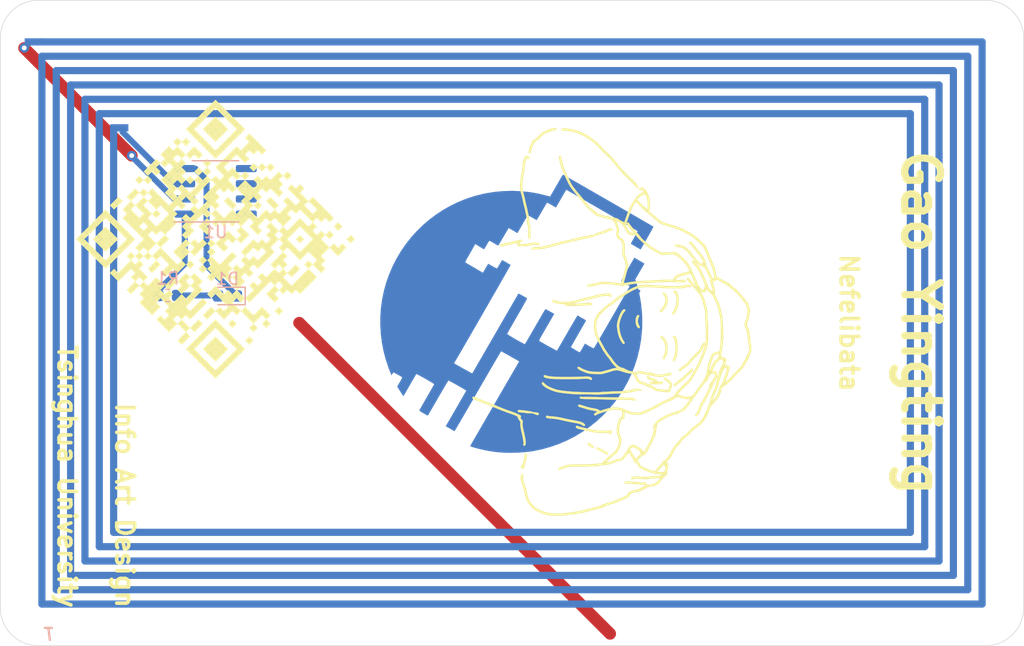
<source format=kicad_pcb>
(kicad_pcb (version 20171130) (host pcbnew "(5.1.9)-1")
  (layers (0 F.Cu signal) (31 B.Cu signal) (34 B.Paste user) (35 F.Paste user) (36 B.SilkS user) (37 F.SilkS user) (38 B.Mask user) (39 F.Mask user) (44 Edge.Cuts user))
  (net 0 "")
  (net 1 "Net-(AE1-Pad2)")
  (net 2 GND)
  (net 3 "Net-(D1-Pad2)")
  (net 4 +3V3)
  (net 5 "Net-(AE1-Pad1)")
  (net 6 "Net-(U1-Pad8)")
  (net 7 "Net-(U1-Pad7)")
  (net 8 "Net-(U1-Pad6)")
  (net 9 "Net-(U1-Pad5)")
  (module Avatars:2高莹婷 (layer F.Cu) (at 151.69 73.01 270)
    (fp_text reference G*** hide)
    (fp_text value LOGO hide)
  )
  (module Card:FutureInteractionDisconnect (layer B.Cu) (at 142.8 73.01)
    (fp_text reference G*** hide)
    (fp_text value LOGO hide)
    (fp_poly (pts (xy 0.476798 10.843159) (xy 0.984689 10.811521) (xy 1.474558 10.756716) (xy 1.960792 10.677047) (xy 2.457777 10.570817) (xy 2.578206 10.541687) (xy 3.286119 10.341214) (xy 3.97344 10.095386) (xy 4.638474 9.805974) (xy 5.279524 9.474753) (xy 5.894894 9.103496) (xy 6.482888 8.693976) (xy 7.04181 8.247968) (xy 7.569964 7.767244) (xy 8.065655 7.253579) (xy 8.527185 6.708745) (xy 8.952859 6.134517) (xy 9.340981 5.532667) (xy 9.689855 4.90497) (xy 9.997785 4.253199) (xy 10.263075 3.579127) (xy 10.484028 2.884529) (xy 10.658949 2.171177) (xy 10.67963 2.0701) (xy 10.801638 1.330457) (xy 10.873378 0.58695) (xy 10.894846 -0.158117) (xy 10.866035 -0.902439) (xy 10.78694 -1.643714) (xy 10.690058 -2.219732) (xy 10.635958 -2.496365) (xy 10.687195 -2.601827) (xy 10.738433 -2.707288) (xy 10.642725 -2.76237) (xy 10.57361 -2.813266) (xy 10.538395 -2.874747) (xy 10.529264 -2.912089) (xy 10.51508 -2.972243) (xy 10.489173 -3.068151) (xy 10.455095 -3.187118) (xy 10.416403 -3.316451) (xy 10.412243 -3.330031) (xy 10.312976 -3.653336) (xy 10.692223 -4.309184) (xy 11.071471 -4.965031) (xy 10.964985 -5.030828) (xy 10.903142 -5.068253) (xy 10.809179 -5.124154) (xy 10.694928 -5.191533) (xy 10.57222 -5.263392) (xy 10.547784 -5.277639) (xy 10.237069 -5.458652) (xy 10.137689 -5.288376) (xy 9.967675 -4.996343) (xy 9.808924 -4.722203) (xy 9.66303 -4.468783) (xy 9.531585 -4.23891) (xy 9.416183 -4.03541) (xy 9.318418 -3.861108) (xy 9.239884 -3.718833) (xy 9.182173 -3.61141) (xy 9.146879 -3.541665) (xy 9.135596 -3.512425) (xy 9.136046 -3.511716) (xy 9.164063 -3.496979) (xy 9.227852 -3.461062) (xy 9.3194 -3.408548) (xy 9.430696 -3.344018) (xy 9.4996 -3.303792) (xy 9.637811 -3.221258) (xy 9.735593 -3.15862) (xy 9.797636 -3.112437) (xy 9.828633 -3.079266) (xy 9.834027 -3.058465) (xy 9.820177 -3.029499) (xy 9.782837 -2.960241) (xy 9.723931 -2.854025) (xy 9.645384 -2.714183) (xy 9.549119 -2.544049) (xy 9.437062 -2.346956) (xy 9.311138 -2.126238) (xy 9.173271 -1.885229) (xy 9.025385 -1.62726) (xy 8.869405 -1.355667) (xy 8.707256 -1.073782) (xy 8.540863 -0.784938) (xy 8.372149 -0.49247) (xy 8.20304 -0.199709) (xy 8.03546 0.090009) (xy 7.871334 0.373352) (xy 7.712586 0.646987) (xy 7.561141 0.907579) (xy 7.418924 1.151796) (xy 7.287859 1.376305) (xy 7.16987 1.577771) (xy 7.066883 1.752862) (xy 6.980822 1.898244) (xy 6.913611 2.010584) (xy 6.867176 2.086548) (xy 6.84344 2.122803) (xy 6.840974 2.125466) (xy 6.808278 2.117555) (xy 6.738414 2.0862) (xy 6.637449 2.034628) (xy 6.511448 1.966064) (xy 6.36648 1.883737) (xy 6.208612 1.790872) (xy 6.183242 1.77566) (xy 6.105384 1.728857) (xy 5.894063 2.096329) (xy 5.823088 2.218199) (xy 5.760368 2.322976) (xy 5.710386 2.403401) (xy 5.677625 2.452217) (xy 5.667121 2.463723) (xy 5.637825 2.451453) (xy 5.575043 2.418207) (xy 5.487566 2.36919) (xy 5.384183 2.309608) (xy 5.273686 2.244664) (xy 5.164865 2.179564) (xy 5.066509 2.119512) (xy 4.98741 2.069714) (xy 4.936358 2.035373) (xy 4.92158 2.02229) (xy 4.933833 1.99713) (xy 4.969152 1.932263) (xy 5.025133 1.83193) (xy 5.09937 1.700376) (xy 5.189458 1.541844) (xy 5.29299 1.360577) (xy 5.407561 1.160818) (xy 5.530766 0.946812) (xy 5.55997 0.896198) (xy 5.684526 0.680078) (xy 5.80079 0.477699) (xy 5.906391 0.293234) (xy 5.998957 0.130856) (xy 6.076116 -0.00526) (xy 6.135498 -0.110942) (xy 6.17473 -0.182016) (xy 6.191441 -0.214307) (xy 6.191837 -0.215823) (xy 6.169285 -0.229211) (xy 6.111795 -0.262713) (xy 6.028445 -0.311082) (xy 5.928313 -0.369071) (xy 5.820475 -0.43143) (xy 5.714011 -0.492914) (xy 5.617997 -0.548273) (xy 5.541511 -0.592261) (xy 5.493632 -0.61963) (xy 5.483312 -0.625412) (xy 5.468283 -0.605464) (xy 5.430101 -0.545036) (xy 5.370888 -0.447717) (xy 5.292762 -0.317094) (xy 5.197843 -0.156756) (xy 5.088252 0.029711) (xy 4.966108 0.238716) (xy 4.833532 0.466674) (xy 4.692643 0.709995) (xy 4.622009 0.832368) (xy 4.477601 1.082663) (xy 4.340473 1.320067) (xy 4.212756 1.540903) (xy 4.096585 1.741495) (xy 3.994093 1.918167) (xy 3.907414 2.067243) (xy 3.838682 2.185046) (xy 3.790029 2.267902) (xy 3.76359 2.312132) (xy 3.759448 2.318529) (xy 3.735327 2.310133) (xy 3.673365 2.28003) (xy 3.579841 2.231692) (xy 3.461036 2.168593) (xy 3.32323 2.094204) (xy 3.172702 2.011998) (xy 3.015732 1.925448) (xy 2.858599 1.838025) (xy 2.707584 1.753204) (xy 2.568966 1.674455) (xy 2.449025 1.605252) (xy 2.354041 1.549067) (xy 2.290293 1.509373) (xy 2.268843 1.494271) (xy 2.266979 1.47259) (xy 2.284275 1.423159) (xy 2.32229 1.342886) (xy 2.382584 1.228679) (xy 2.466716 1.07745) (xy 2.571794 0.893812) (xy 2.685372 0.697133) (xy 2.81263 0.476767) (xy 2.944466 0.248473) (xy 3.071782 0.028007) (xy 3.185479 -0.168875) (xy 3.215098 -0.220164) (xy 3.525594 -0.757828) (xy 3.167325 -0.963385) (xy 3.0277 -1.042281) (xy 2.925374 -1.096862) (xy 2.854557 -1.129721) (xy 2.809459 -1.14345) (xy 2.784291 -1.140642) (xy 2.779722 -1.13692) (xy 2.762251 -1.109847) (xy 2.721702 -1.042493) (xy 2.660279 -0.938641) (xy 2.580188 -0.802073) (xy 2.483633 -0.63657) (xy 2.372819 -0.445915) (xy 2.249951 -0.233888) (xy 2.117234 -0.004271) (xy 1.976872 0.239154) (xy 1.931765 0.3175) (xy 1.789487 0.564379) (xy 1.654156 0.798552) (xy 1.527975 1.016246) (xy 1.41315 1.21369) (xy 1.311885 1.387112) (xy 1.226383 1.53274) (xy 1.158849 1.646802) (xy 1.111487 1.725526) (xy 1.086501 1.76514) (xy 1.083621 1.768911) (xy 1.054992 1.764093) (xy 0.989356 1.736223) (xy 0.892961 1.688891) (xy 0.772051 1.625688) (xy 0.632874 1.550206) (xy 0.481675 1.466035) (xy 0.324701 1.376766) (xy 0.168198 1.285989) (xy 0.018412 1.197296) (xy -0.118411 1.114277) (xy -0.236023 1.040523) (xy -0.32818 0.979625) (xy -0.388635 0.935174) (xy -0.411141 0.91076) (xy -0.411087 0.909645) (xy -0.397314 0.882444) (xy -0.360221 0.815008) (xy -0.301931 0.711067) (xy -0.22457 0.574353) (xy -0.130263 0.408597) (xy -0.021134 0.217531) (xy 0.100691 0.004887) (xy 0.233087 -0.225605) (xy 0.37393 -0.470213) (xy 0.435504 -0.576974) (xy 0.578763 -0.825951) (xy 0.713878 -1.062143) (xy 0.838786 -1.281859) (xy 0.951428 -1.481408) (xy 1.049742 -1.657099) (xy 1.131668 -1.805241) (xy 1.195145 -1.922143) (xy 1.238112 -2.004114) (xy 1.258508 -2.047464) (xy 1.259813 -2.053333) (xy 1.230636 -2.078021) (xy 1.167549 -2.119077) (xy 1.07968 -2.171534) (xy 0.976157 -2.23043) (xy 0.866109 -2.290799) (xy 0.758664 -2.347679) (xy 0.66295 -2.396104) (xy 0.588097 -2.43111) (xy 0.543232 -2.447734) (xy 0.534867 -2.447568) (xy 0.520172 -2.423431) (xy 0.481517 -2.3577) (xy 0.420304 -2.252797) (xy 0.337934 -2.111144) (xy 0.235808 -1.935163) (xy 0.115329 -1.727276) (xy -0.022102 -1.489904) (xy -0.175083 -1.225471) (xy -0.342214 -0.936399) (xy -0.522091 -0.625108) (xy -0.713315 -0.294021) (xy -0.914482 0.054439) (xy -1.124192 0.417851) (xy -1.341043 0.793792) (xy -1.395948 0.889) (xy -1.614299 1.26758) (xy -1.825822 1.634169) (xy -2.02912 1.986351) (xy -2.222792 2.321708) (xy -2.405442 2.637825) (xy -2.575668 2.932284) (xy -2.732075 3.202668) (xy -2.873262 3.446561) (xy -2.99783 3.661546) (xy -3.104383 3.845206) (xy -3.19152 3.995124) (xy -3.257843 4.108884) (xy -3.301953 4.184069) (xy -3.322453 4.218262) (xy -3.323727 4.220125) (xy -3.347562 4.21091) (xy -3.409249 4.179884) (xy -3.502578 4.13052) (xy -3.62134 4.066293) (xy -3.759327 3.990676) (xy -3.910329 3.907143) (xy -4.068139 3.819169) (xy -4.226546 3.730228) (xy -4.379343 3.643793) (xy -4.520319 3.563339) (xy -4.643268 3.492339) (xy -4.741979 3.434268) (xy -4.810243 3.392599) (xy -4.841853 3.370808) (xy -4.842135 3.370533) (xy -4.838087 3.343162) (xy -4.810259 3.29385) (xy -4.80401 3.284947) (xy -4.780083 3.247421) (xy -4.733048 3.169482) (xy -4.664429 3.053775) (xy -4.575747 2.902948) (xy -4.468526 2.719647) (xy -4.344288 2.506516) (xy -4.204555 2.266204) (xy -4.05085 2.001354) (xy -3.884696 1.714615) (xy -3.707615 1.408631) (xy -3.52113 1.086049) (xy -3.326763 0.749515) (xy -3.126037 0.401675) (xy -2.920474 0.045176) (xy -2.711598 -0.317338) (xy -2.50093 -0.683219) (xy -2.289994 -1.049821) (xy -2.080311 -1.414499) (xy -1.873405 -1.774607) (xy -1.670798 -2.127497) (xy -1.474012 -2.470525) (xy -1.28457 -2.801044) (xy -1.103995 -3.116407) (xy -0.93381 -3.41397) (xy -0.775536 -3.691085) (xy -0.630696 -3.945107) (xy -0.500814 -4.173389) (xy -0.387411 -4.373286) (xy -0.29201 -4.542152) (xy -0.216134 -4.677339) (xy -0.161306 -4.776203) (xy -0.129047 -4.836097) (xy -0.12055 -4.854481) (xy -0.148094 -4.872927) (xy -0.20966 -4.910308) (xy -0.296 -4.96131) (xy -0.397867 -5.020616) (xy -0.506014 -5.08291) (xy -0.611194 -5.142878) (xy -0.70416 -5.195204) (xy -0.775665 -5.234572) (xy -0.816461 -5.255667) (xy -0.822178 -5.2578) (xy -0.838059 -5.236966) (xy -0.874508 -5.179447) (xy -0.926976 -5.092712) (xy -0.990913 -4.984229) (xy -1.032724 -4.912095) (xy -1.102552 -4.79303) (xy -1.165122 -4.690318) (xy -1.215493 -4.611763) (xy -1.248727 -4.565171) (xy -1.258171 -4.55588) (xy -1.288054 -4.564389) (xy -1.35364 -4.59469) (xy -1.446906 -4.642711) (xy -1.559832 -4.70438) (xy -1.637655 -4.748519) (xy -1.990869 -4.951668) (xy -2.149317 -4.679284) (xy -2.217631 -4.562121) (xy -2.283393 -4.449812) (xy -2.338709 -4.355815) (xy -2.373162 -4.297784) (xy -2.438558 -4.188668) (xy -2.546429 -4.262275) (xy -2.597072 -4.294445) (xy -2.684832 -4.3476) (xy -2.80268 -4.417593) (xy -2.943589 -4.500277) (xy -3.100528 -4.591503) (xy -3.2639 -4.68565) (xy -3.424814 -4.778382) (xy -3.572138 -4.864052) (xy -3.699845 -4.939097) (xy -3.80191 -4.999949) (xy -3.872307 -5.043043) (xy -3.90501 -5.064814) (xy -3.905734 -5.065449) (xy -3.910202 -5.082339) (xy -3.901796 -5.116628) (xy -3.878477 -5.17232) (xy -3.838203 -5.25342) (xy -3.778934 -5.363933) (xy -3.698629 -5.507865) (xy -3.595247 -5.68922) (xy -3.531084 -5.800695) (xy -3.432139 -5.972688) (xy -3.341858 -6.130582) (xy -3.263264 -6.269015) (xy -3.19938 -6.382622) (xy -3.153231 -6.466041) (xy -3.127838 -6.513907) (xy -3.123812 -6.523205) (xy -3.111402 -6.557575) (xy -3.100951 -6.57599) (xy -3.080344 -6.590961) (xy -3.043599 -6.583451) (xy -2.980525 -6.550329) (xy -2.942589 -6.52732) (xy -2.749686 -6.408294) (xy -2.597127 -6.315195) (xy -2.482465 -6.246571) (xy -2.403252 -6.200974) (xy -2.357039 -6.176953) (xy -2.343024 -6.1722) (xy -2.324092 -6.193152) (xy -2.285107 -6.251056) (xy -2.230736 -6.338485) (xy -2.165646 -6.448011) (xy -2.120011 -6.527164) (xy -2.050271 -6.647126) (xy -1.987949 -6.749842) (xy -1.937776 -6.827859) (xy -1.904486 -6.873724) (xy -1.894188 -6.882764) (xy -1.865233 -6.870804) (xy -1.800524 -6.837362) (xy -1.708056 -6.786776) (xy -1.595824 -6.723386) (xy -1.520929 -6.6802) (xy -1.401491 -6.611244) (xy -1.297982 -6.552313) (xy -1.218106 -6.507727) (xy -1.169566 -6.481804) (xy -1.158573 -6.477) (xy -1.141528 -6.497567) (xy -1.104805 -6.553403) (xy -1.053996 -6.635708) (xy -1.001138 -6.72465) (xy -0.943078 -6.823665) (xy -0.865712 -6.955218) (xy -0.775624 -7.108136) (xy -0.679395 -7.271248) (xy -0.583609 -7.433381) (xy -0.567759 -7.460184) (xy -0.279207 -7.948068) (xy 0.455887 -7.523734) (xy 0.866825 -8.238617) (xy 0.967402 -8.413009) (xy 1.060911 -8.574047) (xy 1.144103 -8.716219) (xy 1.213727 -8.834015) (xy 1.266536 -8.921926) (xy 1.299281 -8.974441) (xy 1.307807 -8.986519) (xy 1.327383 -8.994683) (xy 1.363309 -8.987875) (xy 1.421643 -8.963388) (xy 1.508445 -8.918513) (xy 1.629772 -8.850544) (xy 1.691276 -8.815157) (xy 1.811773 -8.746037) (xy 1.916721 -8.6869) (xy 1.998341 -8.642044) (xy 2.048855 -8.615768) (xy 2.061268 -8.610688) (xy 2.077453 -8.631871) (xy 2.115688 -8.692012) (xy 2.172874 -8.78593) (xy 2.245914 -8.908443) (xy 2.331708 -9.054371) (xy 2.427158 -9.218533) (xy 2.490374 -9.32815) (xy 2.590527 -9.502048) (xy 2.682946 -9.661936) (xy 2.764507 -9.802454) (xy 2.832086 -9.918243) (xy 2.88256 -10.003945) (xy 2.912803 -10.054199) (xy 2.919983 -10.065158) (xy 2.946486 -10.059565) (xy 3.009077 -10.031782) (xy 3.100194 -9.985601) (xy 3.212271 -9.924811) (xy 3.304985 -9.872229) (xy 3.672914 -9.659841) (xy 4.531862 -11.148983) (xy 4.647181 -11.084657) (xy 4.745495 -11.029327) (xy 4.878742 -10.953582) (xy 5.043824 -10.85922) (xy 5.237643 -10.74804) (xy 5.4571 -10.62184) (xy 5.699097 -10.482418) (xy 5.960536 -10.331574) (xy 6.238318 -10.171106) (xy 6.529346 -10.002811) (xy 6.830521 -9.82849) (xy 7.138744 -9.64994) (xy 7.450919 -9.468959) (xy 7.763945 -9.287347) (xy 8.074726 -9.106902) (xy 8.380163 -8.929423) (xy 8.677157 -8.756707) (xy 8.962611 -8.590554) (xy 9.233426 -8.432762) (xy 9.486504 -8.28513) (xy 9.718747 -8.149456) (xy 9.927056 -8.027539) (xy 10.108334 -7.921176) (xy 10.259481 -7.832168) (xy 10.377401 -7.762312) (xy 10.458993 -7.713406) (xy 10.501161 -7.68725) (xy 10.506485 -7.683316) (xy 10.497286 -7.654357) (xy 10.46572 -7.588192) (xy 10.415246 -7.49136) (xy 10.349323 -7.3704) (xy 10.271409 -7.231851) (xy 10.224413 -7.150028) (xy 10.141958 -7.005108) (xy 10.070332 -6.874558) (xy 10.012842 -6.7648) (xy 9.972795 -6.682257) (xy 9.9535 -6.63335) (xy 9.953021 -6.623018) (xy 9.980019 -6.604656) (xy 10.041235 -6.567003) (xy 10.128288 -6.514927) (xy 10.232797 -6.453294) (xy 10.346382 -6.386968) (xy 10.460661 -6.320818) (xy 10.567255 -6.259708) (xy 10.657782 -6.208505) (xy 10.723862 -6.172076) (xy 10.757113 -6.155285) (xy 10.759427 -6.154793) (xy 10.772426 -6.177069) (xy 10.808159 -6.238814) (xy 10.864001 -6.335479) (xy 10.937327 -6.462514) (xy 11.025512 -6.615372) (xy 11.12593 -6.789503) (xy 11.235957 -6.980358) (xy 11.302268 -7.095411) (xy 11.424496 -7.308908) (xy 11.534096 -7.503137) (xy 11.62898 -7.674229) (xy 11.707058 -7.818311) (xy 11.766244 -7.931512) (xy 11.804449 -8.009962) (xy 11.819584 -8.049789) (xy 11.819201 -8.053758) (xy 11.793341 -8.070444) (xy 11.726342 -8.110703) (xy 11.620964 -8.172945) (xy 11.479967 -8.255581) (xy 11.306114 -8.35702) (xy 11.102164 -8.475674) (xy 10.870878 -8.609951) (xy 10.615018 -8.758263) (xy 10.337343 -8.91902) (xy 10.040614 -9.090632) (xy 9.727593 -9.27151) (xy 9.40104 -9.460063) (xy 9.063716 -9.654702) (xy 8.718381 -9.853837) (xy 8.367797 -10.055878) (xy 8.014724 -10.259236) (xy 7.661922 -10.462322) (xy 7.312153 -10.663544) (xy 6.968178 -10.861314) (xy 6.632756 -11.054042) (xy 6.30865 -11.240138) (xy 5.998619 -11.418012) (xy 5.705424 -11.586075) (xy 5.431827 -11.742737) (xy 5.180587 -11.886409) (xy 4.954466 -12.015499) (xy 4.756225 -12.12842) (xy 4.588623 -12.22358) (xy 4.454423 -12.299391) (xy 4.356384 -12.354262) (xy 4.297268 -12.386604) (xy 4.279741 -12.3952) (xy 4.250856 -12.374613) (xy 4.20655 -12.320076) (xy 4.155381 -12.242424) (xy 4.144306 -12.22375) (xy 4.10714 -12.159655) (xy 4.048542 -12.058342) (xy 3.972437 -11.92661) (xy 3.882752 -11.771259) (xy 3.783412 -11.599088) (xy 3.678343 -11.416897) (xy 3.620006 -11.3157) (xy 3.518863 -11.140318) (xy 3.426042 -10.979555) (xy 3.344523 -10.838554) (xy 3.277283 -10.722459) (xy 3.227302 -10.636417) (xy 3.197559 -10.58557) (xy 3.190352 -10.573648) (xy 3.16546 -10.578053) (xy 3.100997 -10.593975) (xy 3.006248 -10.619014) (xy 2.890498 -10.650768) (xy 2.868982 -10.656778) (xy 2.179465 -10.824098) (xy 1.473229 -10.945348) (xy 0.755268 -11.020388) (xy 0.030576 -11.049075) (xy -0.695852 -11.031266) (xy -1.419022 -10.966818) (xy -2.13394 -10.85559) (xy -2.377149 -10.806469) (xy -3.091019 -10.628093) (xy -3.78564 -10.403717) (xy -4.459279 -10.135027) (xy -5.110204 -9.823706) (xy -5.73668 -9.47144) (xy -6.336975 -9.079914) (xy -6.909355 -8.650813) (xy -7.452089 -8.185823) (xy -7.963441 -7.686626) (xy -8.44168 -7.15491) (xy -8.885073 -6.592358) (xy -9.291885 -6.000657) (xy -9.660384 -5.381489) (xy -9.988838 -4.736542) (xy -10.275512 -4.067499) (xy -10.518674 -3.376045) (xy -10.705417 -2.709609) (xy -10.855206 -1.996713) (xy -10.956265 -1.273971) (xy -11.008864 -0.544935) (xy -11.013276 0.186843) (xy -10.96977 0.917811) (xy -10.878618 1.644416) (xy -10.740092 2.363108) (xy -10.554461 3.070334) (xy -10.321997 3.762541) (xy -10.185078 4.109643) (xy -10.07652 4.371185) (xy -10.014684 4.26232) (xy -9.973392 4.195385) (xy -9.938334 4.148296) (xy -9.926474 4.137155) (xy -9.897913 4.144185) (xy -9.834872 4.172127) (xy -9.746552 4.215965) (xy -9.642155 4.270678) (xy -9.530883 4.331248) (xy -9.421938 4.392656) (xy -9.324521 4.449883) (xy -9.247835 4.497909) (xy -9.201081 4.531717) (xy -9.198038 4.534467) (xy -9.188641 4.552931) (xy -9.192238 4.584273) (xy -9.211619 4.634749) (xy -9.249572 4.710616) (xy -9.30889 4.818128) (xy -9.379424 4.941202) (xy -9.595673 5.315065) (xy -9.542201 5.407083) (xy -9.495868 5.484434) (xy -9.433425 5.585479) (xy -9.362038 5.698978) (xy -9.288871 5.813695) (xy -9.22109 5.918392) (xy -9.16586 6.001832) (xy -9.1313 6.051501) (xy -9.0805 6.119745) (xy -8.560943 5.216605) (xy -8.447866 5.020317) (xy -8.341986 4.837045) (xy -8.246126 4.671634) (xy -8.163107 4.52893) (xy -8.09575 4.41378) (xy -8.046879 4.33103) (xy -8.019314 4.285524) (xy -8.014843 4.27878) (xy -7.999627 4.273543) (xy -7.967701 4.280546) (xy -7.915107 4.30179) (xy -7.837885 4.339275) (xy -7.732077 4.395003) (xy -7.593726 4.470975) (xy -7.418872 4.569192) (xy -7.24535 4.667806) (xy -7.069041 4.768995) (xy -6.907678 4.862832) (xy -6.766374 4.946249) (xy -6.650242 5.016177) (xy -6.564394 5.069546) (xy -6.513942 5.103289) (xy -6.5024 5.113779) (xy -6.514744 5.139551) (xy -6.550146 5.204943) (xy -6.606162 5.305639) (xy -6.68035 5.437321) (xy -6.770267 5.595674) (xy -6.873469 5.776382) (xy -6.987512 5.975129) (xy -7.109955 6.187599) (xy -7.124863 6.213408) (xy -7.248334 6.427429) (xy -7.363912 6.628381) (xy -7.469126 6.811922) (xy -7.561504 6.973712) (xy -7.638573 7.109408) (xy -7.697861 7.214669) (xy -7.736897 7.285154) (xy -7.753209 7.316522) (xy -7.753513 7.317416) (xy -7.734805 7.33856) (xy -7.679116 7.379844) (xy -7.593686 7.436403) (xy -7.485756 7.503373) (xy -7.407105 7.550102) (xy -7.273259 7.627504) (xy -7.176164 7.68116) (xy -7.109295 7.713926) (xy -7.066124 7.728655) (xy -7.040125 7.728203) (xy -7.025798 7.716885) (xy -7.008417 7.68856) (xy -6.967898 7.620001) (xy -6.906444 7.515003) (xy -6.826258 7.377358) (xy -6.729543 7.210863) (xy -6.618502 7.01931) (xy -6.495339 6.806494) (xy -6.362256 6.576208) (xy -6.221456 6.332248) (xy -6.17358 6.249223) (xy -6.030885 6.002351) (xy -5.895079 5.768628) (xy -5.768362 5.551761) (xy -5.652934 5.355458) (xy -5.550995 5.183424) (xy -5.464744 5.039367) (xy -5.396382 4.926994) (xy -5.348109 4.850011) (xy -5.322124 4.812126) (xy -5.31873 4.8088) (xy -5.291092 4.818252) (xy -5.22652 4.849717) (xy -5.131197 4.899669) (xy -5.011306 4.964584) (xy -4.873028 5.040937) (xy -4.722548 5.125203) (xy -4.566048 5.213858) (xy -4.40971 5.303377) (xy -4.259718 5.390236) (xy -4.122254 5.470909) (xy -4.0035 5.541872) (xy -3.90964 5.599601) (xy -3.846857 5.64057) (xy -3.821332 5.661255) (xy -3.821163 5.662539) (xy -3.834986 5.686479) (xy -3.872027 5.750678) (xy -3.930125 5.851386) (xy -4.007118 5.984856) (xy -4.100845 6.147341) (xy -4.209143 6.335093) (xy -4.329851 6.544364) (xy -4.460806 6.771406) (xy -4.599848 7.012472) (xy -4.635278 7.0739) (xy -4.777342 7.320144) (xy -4.912933 7.555043) (xy -5.039747 7.774611) (xy -5.155478 7.974864) (xy -5.257823 8.151818) (xy -5.344476 8.301489) (xy -5.413132 8.419891) (xy -5.461488 8.503041) (xy -5.487237 8.546954) (xy -5.489459 8.550657) (xy -5.537891 8.630414) (xy -5.183336 8.836407) (xy -5.062378 8.905981) (xy -4.95657 8.965514) (xy -4.873764 9.010693) (xy -4.821815 9.037205) (xy -4.808341 9.042384) (xy -4.793541 9.02077) (xy -4.754785 8.957527) (xy -4.693468 8.855046) (xy -4.610985 8.715719) (xy -4.508733 8.54194) (xy -4.388107 8.3361) (xy -4.250502 8.100592) (xy -4.097313 7.837807) (xy -3.929938 7.550139) (xy -3.74977 7.239978) (xy -3.558205 6.909718) (xy -3.35664 6.56175) (xy -3.146469 6.198467) (xy -2.929089 5.822261) (xy -2.859819 5.702284) (xy -2.640444 5.322512) (xy -2.427811 4.954916) (xy -2.223316 4.601889) (xy -2.028357 4.265822) (xy -1.844333 3.949108) (xy -1.67264 3.65414) (xy -1.514676 3.38331) (xy -1.371838 3.139011) (xy -1.245525 2.923634) (xy -1.137133 2.739574) (xy -1.048061 2.589221) (xy -0.979706 2.474969) (xy -0.933465 2.39921) (xy -0.910737 2.364336) (xy -0.908677 2.3622) (xy -0.883983 2.374197) (xy -0.821417 2.407837) (xy -0.727235 2.459595) (xy -0.607691 2.525945) (xy -0.469041 2.603361) (xy -0.317539 2.688318) (xy -0.159441 2.77729) (xy -0.001002 2.866752) (xy 0.151523 2.953178) (xy 0.291879 3.033042) (xy 0.413811 3.102819) (xy 0.511064 3.158982) (xy 0.577382 3.198008) (xy 0.605815 3.21583) (xy 0.597824 3.238062) (xy 0.567109 3.28585) (xy 0.55202 3.306682) (xy 0.533848 3.33594) (xy 0.491753 3.406662) (xy 0.427202 3.516313) (xy 0.341664 3.662358) (xy 0.236609 3.842263) (xy 0.113506 4.053493) (xy -0.026177 4.293515) (xy -0.180972 4.559792) (xy -0.349408 4.849792) (xy -0.530017 5.160979) (xy -0.72133 5.490818) (xy -0.921879 5.836776) (xy -1.130194 6.196318) (xy -1.344806 6.566908) (xy -1.564248 6.946013) (xy -1.787048 7.331099) (xy -2.01174 7.71963) (xy -2.236854 8.109072) (xy -2.46092 8.49689) (xy -2.682471 8.880551) (xy -2.900037 9.257518) (xy -3.112149 9.625259) (xy -3.317339 9.981238) (xy -3.496308 10.291954) (xy -3.479985 10.309903) (xy -3.420145 10.336587) (xy -3.323004 10.370372) (xy -3.194775 10.409626) (xy -3.041674 10.452715) (xy -2.869914 10.498006) (xy -2.685711 10.543866) (xy -2.495278 10.588661) (xy -2.30483 10.63076) (xy -2.120582 10.668528) (xy -1.948748 10.700332) (xy -1.9304 10.703476) (xy -1.598835 10.755753) (xy -1.288473 10.795474) (xy -0.984184 10.823852) (xy -0.670839 10.842104) (xy -0.333305 10.851442) (xy -0.0635 10.853328) (xy 0.476798 10.843159)) (layer B.Cu) (width 0.01))
  )
  (module Card:interact.cool (layer F.Cu) (at 118 66 45)
    (fp_text reference QR hide)
    (fp_text value https://interact.cool/ hide)
  )
  (module Card:NFC-Antenna_6_79.24x47.62_0.6x0.6mm (layer B.Cu) (at 142.8 73.01)
    (fp_text reference AE1 hide)
    (fp_text value Antenna_Loop)
    (fp_line (start -39.32 -23.51) (end 39.32 -23.51) (layer B.Cu) (width 0.6))
    (fp_line (start 39.32 -23.51) (end 39.32 23.51) (layer B.Cu) (width 0.6))
    (fp_line (start 39.32 23.51) (end -39.32 23.51) (layer B.Cu) (width 0.6))
    (fp_line (start -39.32 23.51) (end -39.32 -22.31) (layer B.Cu) (width 0.6))
    (fp_line (start -39.32 -22.31) (end 38.12 -22.31) (layer B.Cu) (width 0.6))
    (fp_line (start 38.12 -22.31) (end 38.12 22.31) (layer B.Cu) (width 0.6))
    (fp_line (start 38.12 22.31) (end -38.12 22.31) (layer B.Cu) (width 0.6))
    (fp_line (start -38.12 22.31) (end -38.12 -21.11) (layer B.Cu) (width 0.6))
    (fp_line (start -38.12 -21.11) (end 36.92 -21.11) (layer B.Cu) (width 0.6))
    (fp_line (start 36.92 -21.11) (end 36.92 21.11) (layer B.Cu) (width 0.6))
    (fp_line (start 36.92 21.11) (end -36.92 21.11) (layer B.Cu) (width 0.6))
    (fp_line (start -36.92 21.11) (end -36.92 -19.91) (layer B.Cu) (width 0.6))
    (fp_line (start -36.92 -19.91) (end 35.72 -19.91) (layer B.Cu) (width 0.6))
    (fp_line (start 35.72 -19.91) (end 35.72 19.91) (layer B.Cu) (width 0.6))
    (fp_line (start 35.72 19.91) (end -35.72 19.91) (layer B.Cu) (width 0.6))
    (fp_line (start -35.72 19.91) (end -35.72 -18.71) (layer B.Cu) (width 0.6))
    (fp_line (start -35.72 -18.71) (end 34.52 -18.71) (layer B.Cu) (width 0.6))
    (fp_line (start 34.52 -18.71) (end 34.52 18.71) (layer B.Cu) (width 0.6))
    (fp_line (start 34.52 18.71) (end -34.52 18.71) (layer B.Cu) (width 0.6))
    (fp_line (start -34.52 18.71) (end -34.52 -17.51) (layer B.Cu) (width 0.6))
    (fp_line (start -34.52 -17.51) (end 33.32 -17.51) (layer B.Cu) (width 0.6))
    (fp_line (start 33.32 -17.51) (end 33.32 17.51) (layer B.Cu) (width 0.6))
    (fp_line (start 33.32 17.51) (end -33.32 17.51) (layer B.Cu) (width 0.6))
    (fp_line (start -33.32 17.51) (end -33.32 -16.31) (layer B.Cu) (width 0.6))
    (pad 2 smd rect (at -40 -23.51) (size 1.524 0.6) (layers B.Cu) (net 1 "Net-(AE1-Pad2)"))
    (pad 1 smd rect (at -32.85 -16.325) (size 1.524 0.6) (layers B.Cu) (net 5 "Net-(AE1-Pad1)"))
  )
  (module Package_SO:SO-8_3.9x4.9mm_P1.27mm (layer B.Cu) (at 118 62)
    (fp_text reference U1 (at 0 3.4) (layer B.SilkS) (effects (justify mirror)))
    (fp_text value M24LR04E-R)
    (pad 8 smd roundrect (at 2.575 1.905) (size 1.75 0.6) (layers B.Cu B.Paste B.Mask) (net 6 "Net-(U1-Pad8)"))
    (pad 7 smd roundrect (at 2.575 0.635) (size 1.75 0.6) (layers B.Cu B.Paste B.Mask) (net 7 "Net-(U1-Pad7)"))
    (pad 6 smd roundrect (at 2.575 -0.635) (size 1.75 0.6) (layers B.Cu B.Paste B.Mask) (net 8 "Net-(U1-Pad6)"))
    (pad 5 smd roundrect (at 2.575 -1.905) (size 1.75 0.6) (layers B.Cu B.Paste B.Mask) (net 9 "Net-(U1-Pad5)"))
    (pad 4 smd roundrect (at -2.575 -1.905) (size 1.75 0.6) (layers B.Cu B.Paste B.Mask) (net 2 GND))
    (pad 3 smd roundrect (at -2.575 -0.635) (size 1.75 0.6) (layers B.Cu B.Paste B.Mask) (net 5 "Net-(AE1-Pad1)"))
    (pad 2 smd roundrect (at -2.575 0.635) (size 1.75 0.6) (layers B.Cu B.Paste B.Mask) (net 1 "Net-(AE1-Pad2)"))
    (pad 1 smd roundrect (at -2.575 1.905) (size 1.75 0.6) (layers B.Cu B.Paste B.Mask) (net 4 +3V3))
  )
  (module Resistor_SMD:R_0603_1608Metric (layer B.Cu) (at 114 70.71 180)
    (fp_text reference R1 (at 0 1.43) (layer B.SilkS) (effects (justify mirror)))
    (fp_text value R)
    (pad 2 smd roundrect (at 0.7875 0 180) (size 0.875 0.95) (layers B.Cu B.Paste B.Mask) (net 4 +3V3))
    (pad 1 smd roundrect (at -0.7875 0 180) (size 0.875 0.95) (layers B.Cu B.Paste B.Mask) (net 3 "Net-(D1-Pad2)"))
  )
  (module LED_SMD:LED_0603_1608Metric (layer B.Cu) (at 119 70.75 180)
    (fp_text reference D1 (at 0 1.43) (layer B.SilkS) (effects (justify mirror)))
    (fp_text value LED)
    (pad 2 smd roundrect (at 0.7875 0 180) (size 0.875 0.95) (layers B.Cu B.Paste B.Mask) (net 3 "Net-(D1-Pad2)"))
    (pad 1 smd roundrect (at -0.7875 0 180) (size 0.875 0.95) (layers B.Cu B.Paste B.Mask) (net 2 GND))
  )
  (gr_text T (at 104.14 99.06) (layer B.SilkS) (effects (font (size 1 1) (thickness 0.2) italic) (justify mirror)))
  (gr_text "Info Art Design\n\nTsinghua University" (at 108 97 270) (layer F.SilkS) (effects (font (size 1.5 1.5) (thickness 0.3)) (justify right)))
  (gr_text Nefelibata (at 171 73 -90) (layer F.SilkS) (effects (font (size 1.5 1.5) (thickness 0.3))))
  (gr_text "Gao Yingting" (at 177 73 -90) (layer F.SilkS) (effects (font (size 3 3) (thickness 0.6))))
  (gr_line (start 103.18 100) (end 182.42 100) (layer Edge.Cuts) (width 0.05))
  (gr_line (start 185.6 49.2) (end 185.6 96.82) (layer Edge.Cuts) (width 0.05))
  (gr_line (start 100 49.2) (end 100 96.82) (layer Edge.Cuts) (width 0.05))
  (gr_line (start 103.18 46.02) (end 182.42 46.02) (layer Edge.Cuts) (width 0.05))
  (gr_arc (start 103.18 49.2) (end 103.18 46.02) (angle -90) (layer Edge.Cuts) (width 0.05))
  (gr_arc (start 182.42 49.2) (end 185.6 49.2) (angle -90) (layer Edge.Cuts) (width 0.05))
  (gr_arc (start 103.18 96.82) (end 100 96.82) (angle -90) (layer Edge.Cuts) (width 0.05))
  (gr_arc (start 182.42 96.82) (end 182.42 100) (angle -90) (layer Edge.Cuts) (width 0.05))
  (segment (start 125 73) (end 151 99) (width 1) (layer F.Cu) (net 0))
  (via (at 110.991459 59.008541) (size 0.8) (drill 0.4) (layers F.Cu B.Cu) (net 1))
  (segment (start 110.991459 59.076459) (end 110.991459 59.008541) (width 0.5) (layer B.Cu) (net 1))
  (segment (start 115.425 62.635) (end 114.55 62.635) (width 0.5) (layer B.Cu) (net 1))
  (segment (start 114.55 62.635) (end 110.991459 59.076459) (width 0.5) (layer B.Cu) (net 1))
  (via (at 102 50) (size 0.8) (drill 0.4) (layers F.Cu B.Cu) (net 1))
  (segment (start 110.991459 59.008541) (end 102 50.017082) (width 1) (layer F.Cu) (net 1))
  (segment (start 102 50.017082) (end 102 50) (width 0.5) (layer F.Cu) (net 1))
  (segment (start 102.5 49.5) (end 102.72999 49.5) (width 0.5) (layer B.Cu) (net 1))
  (segment (start 102 50) (end 102.5 49.5) (width 0.5) (layer B.Cu) (net 1))
  (segment (start 116.3 60.095) (end 117.25 61.045) (width 0.5) (layer B.Cu) (net 2))
  (segment (start 115.425 60.095) (end 116.3 60.095) (width 0.5) (layer B.Cu) (net 2))
  (segment (start 117.25 68.2125) (end 119.7875 70.75) (width 0.5) (layer B.Cu) (net 2))
  (segment (start 117.25 61.045) (end 117.25 68.2125) (width 0.5) (layer B.Cu) (net 2))
  (segment (start 118.1725 70.71) (end 118.2125 70.75) (width 0.5) (layer B.Cu) (net 3))
  (segment (start 114.7875 70.71) (end 118.1725 70.71) (width 0.5) (layer B.Cu) (net 3))
  (segment (start 115.425 63.905) (end 115.425 68.075) (width 0.5) (layer B.Cu) (net 4))
  (segment (start 113.2125 70.2875) (end 113.2125 70.71) (width 0.5) (layer B.Cu) (net 4))
  (segment (start 115.425 68.075) (end 113.2125 70.2875) (width 0.5) (layer B.Cu) (net 4))
  (segment (start 110.23001 57.04501) (end 110.23001 56.685) (width 0.5) (layer B.Cu) (net 5))
  (segment (start 115.425 61.365) (end 114.55 61.365) (width 0.5) (layer B.Cu) (net 5))
  (segment (start 114.55 61.365) (end 110.23001 57.04501) (width 0.5) (layer B.Cu) (net 5))
)
</source>
